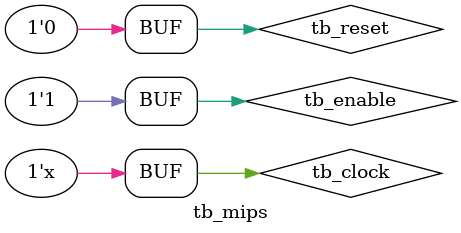
<source format=v>
`timescale 1ns/100ps

module tb_mips;

localparam                              NB_ADDR         = 5;
localparam                              NB_DATA         = 32;
localparam                              NB_OPCODE       = 6;
localparam                              NB_ALU_OP_SEL   = 2;
localparam                              TEST_CASE       = "/home/ramiro/repos/Arquitectutra2019/TP-Final/test/coe/test2.coe"; 
localparam                              OPERATION_MODE  = 1;

reg                                     tb_clock, tb_reset, tb_enable;
//reg         [0          : NB_DATA-1]    instruction_from_file;      
//reg         [NB_DATA-1          : 0]    tb_instruction;
                                    

//integer                                 fid_test;
//integer                                 data_ptr;
//integer                                 errcode_rd_test;

initial
begin
        
    /*fid_test = $fopen(TEST_CASE, "r");
    if(fid_test == 0)
    begin
       $display("\n\nNO SE PUDO LEER EL TEST_CASE..\n\n");
       $stop;
    end*/

        tb_clock    = 1'b0;
        tb_reset    = 1'b1;
        tb_enable   = 1'b0;
    #10 tb_reset    = 1'b0;
    # 2 tb_enable   = 1'b1; 

end

always #1 tb_clock = ~tb_clock;

/*always @ (posedge tb_clock)
begin

    if(OPERATION_MODE)
    begin
        for(data_ptr = 0; data_ptr < NB_DATA; data_ptr = data_ptr + 1)
        begin
            errcode_rd_test <= $fscanf(fid_test, "%b\n", instruction_from_file[data_ptr]);
            if(errcode_rd_test != 1)
            begin
                $display("\n\nTEST_CASE: El caracter leido es invalido..\n\n");
                $stop;
            end
        end
    end

    tb_instruction <= instruction_from_file;
end*/

mips
#(
    .FILE(TEST_CASE)
)
u_mips
(
    //Outputs
    
    //Inputs
    .i_enable   (tb_enable),
    .i_clock    (tb_clock),
    .i_reset    (tb_reset)
);

endmodule



</source>
